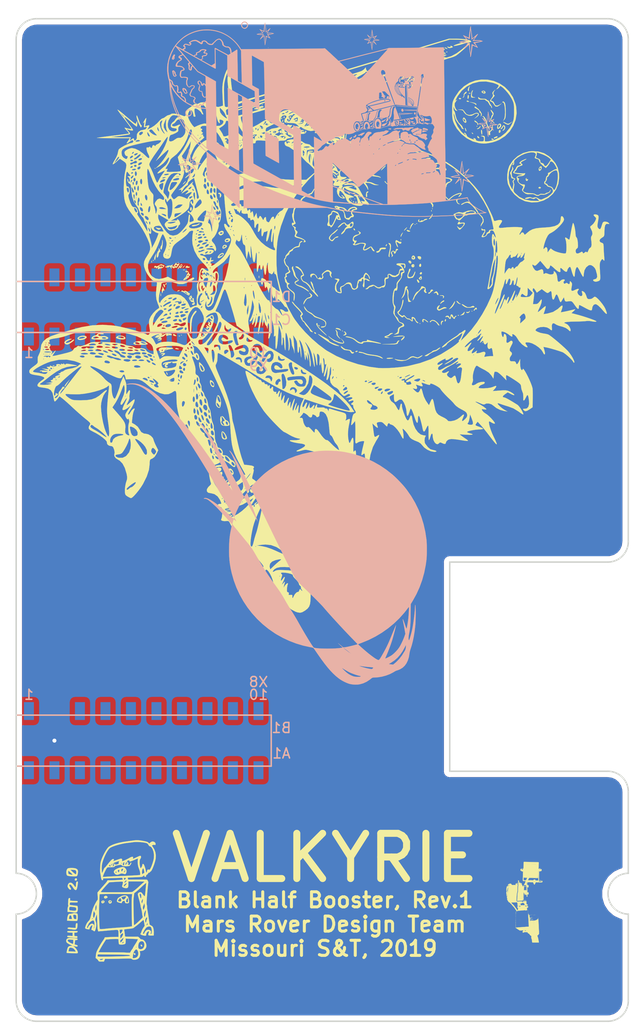
<source format=kicad_pcb>
(kicad_pcb (version 20171130) (host pcbnew "(5.0.0)")
  (layers (0 F.Cu signal) (31 B.Cu signal) (34 B.Paste user) (35 F.Paste user) (36 B.SilkS user) (37 F.SilkS user) (38 B.Mask user) (39 F.Mask user) (44 Edge.Cuts user))
  (net 0 "")
  (net 1 "Net-(U1-Pad+5V)")
  (net 2 "Net-(U1-PadGND)")
  (net 3 "Net-(U1-PadPE0)")
  (net 4 "Net-(U1-PadPE1)")
  (net 5 "Net-(U1-PadPE2)")
  (net 6 "Net-(U1-PadPE3)")
  (net 7 "Net-(U1-PadPD7)")
  (net 8 "Net-(U1-PadPA6)")
  (net 9 "Net-(U1-PadPM4)")
  (net 10 "Net-(U1-PadPM5)")
  (net 11 "Net-(U1-Pad+3V3)")
  (net 12 "Net-(U1-PadPE4)")
  (net 13 "Net-(U1-PadPC4)")
  (net 14 "Net-(U1-PadPC5)")
  (net 15 "Net-(U1-PadPC6)")
  (net 16 "Net-(U1-PadPE5)")
  (net 17 "Net-(U1-PadPD3)")
  (net 18 "Net-(U1-PadPC7)")
  (net 19 "Net-(U1-PadPB2)")
  (net 20 "Net-(U1-PadPB3)")
  (net 21 "Net-(U1-PadPF1)")
  (net 22 "Net-(U1-PadPF2)")
  (net 23 "Net-(U1-PadPF3)")
  (net 24 "Net-(U1-PadPG0)")
  (net 25 "Net-(U1-PadPL4)")
  (net 26 "Net-(U1-PadPL5)")
  (net 27 "Net-(U1-PadPL0)")
  (net 28 "Net-(U1-PadPL1)")
  (net 29 "Net-(U1-PadPL2)")
  (net 30 "Net-(U1-PadPL3)")
  (net 31 "Net-(U1-PadPM3)")
  (net 32 "Net-(U1-PadPH2)")
  (net 33 "Net-(U1-PadPH3)")
  (net 34 "Net-(U1-PadRese)")
  (net 35 "Net-(U1-PadPD1)")
  (net 36 "Net-(U1-PadPD0)")
  (net 37 "Net-(U1-PadPN2)")
  (net 38 "Net-(U1-PadPN3)")
  (net 39 "Net-(U1-PadPP2)")
  (module MRDT_Shields:TM4C129E_Launchpad_X9_SMD_BOTTOM (layer F.Cu) (at 119.38 91.44)
    (fp_text reference U1 hide)
    (fp_text value TM4C129E_Launchpad hide)
    (fp_text user 1 (at 1.27 -41.148 180) (layer B.SilkS) (effects (justify mirror)))
    (fp_text user 10 (at 24.13 -41.148 180) (layer B.SilkS) (effects (justify mirror)))
    (fp_text user 1 (at 1.27 -7.112 180) (layer B.SilkS) (effects (justify mirror)))
    (fp_text user 10 (at 24.13 -7.112 180) (layer B.SilkS) (effects (justify mirror)))
    (fp_text user X9 (at 24.13 -39.878 180) (layer B.SilkS) (effects (justify mirror)))
    (fp_text user X8 (at 24.13 -8.382 180) (layer B.SilkS) (effects (justify mirror)))
    (fp_text user C1 (at 26.416 -44.45 180) (layer B.SilkS) (effects (justify mirror)))
    (fp_text user D1 (at 26.416 -46.736 180) (layer B.SilkS) (effects (justify mirror)))
    (fp_text user B1 (at 26.416 -3.81 180) (layer B.SilkS) (effects (justify mirror)))
    (fp_text user A1 (at 26.416 -1.27 180) (layer B.SilkS) (effects (justify mirror)))
    (pad +5V smd rect (at 1.27 -5.4864 180) (size 0.9906 1.778) (layers B.Cu B.Paste B.Mask) (net 1 "Net-(U1-Pad+5V)"))
    (pad GND smd rect (at 3.81 -5.4864 180) (size 0.9906 1.778) (layers B.Cu B.Paste B.Mask) (net 2 "Net-(U1-PadGND)"))
    (pad PE0 smd rect (at 6.35 -5.4864 180) (size 0.9906 1.778) (layers B.Cu B.Paste B.Mask) (net 3 "Net-(U1-PadPE0)"))
    (pad PE1 smd rect (at 8.89 -5.4864 180) (size 0.9906 1.778) (layers B.Cu B.Paste B.Mask) (net 4 "Net-(U1-PadPE1)"))
    (pad PE2 smd rect (at 11.43 -5.4864 180) (size 0.9906 1.778) (layers B.Cu B.Paste B.Mask) (net 5 "Net-(U1-PadPE2)"))
    (pad PE3 smd rect (at 13.97 -5.4864 180) (size 0.9906 1.778) (layers B.Cu B.Paste B.Mask) (net 6 "Net-(U1-PadPE3)"))
    (pad PD7 smd rect (at 16.51 -5.4864 180) (size 0.9906 1.778) (layers B.Cu B.Paste B.Mask) (net 7 "Net-(U1-PadPD7)"))
    (pad PA6 smd rect (at 19.05 -5.4864 180) (size 0.9906 1.778) (layers B.Cu B.Paste B.Mask) (net 8 "Net-(U1-PadPA6)"))
    (pad PM4 smd rect (at 21.59 -5.4864 180) (size 0.9906 1.778) (layers B.Cu B.Paste B.Mask) (net 9 "Net-(U1-PadPM4)"))
    (pad PM5 smd rect (at 24.13 -5.4864 180) (size 0.9906 1.778) (layers B.Cu B.Paste B.Mask) (net 10 "Net-(U1-PadPM5)"))
    (pad +3V3 smd rect (at 1.27 0.4064 180) (size 0.9906 1.778) (layers B.Cu B.Paste B.Mask) (net 11 "Net-(U1-Pad+3V3)"))
    (pad PE4 smd rect (at 3.81 0.4064 180) (size 0.9906 1.778) (layers B.Cu B.Paste B.Mask) (net 12 "Net-(U1-PadPE4)"))
    (pad PC4 smd rect (at 6.35 0.4064 180) (size 0.9906 1.778) (layers B.Cu B.Paste B.Mask) (net 13 "Net-(U1-PadPC4)"))
    (pad PC5 smd rect (at 8.89 0.4064 180) (size 0.9906 1.778) (layers B.Cu B.Paste B.Mask) (net 14 "Net-(U1-PadPC5)"))
    (pad PC6 smd rect (at 11.43 0.4064 180) (size 0.9906 1.778) (layers B.Cu B.Paste B.Mask) (net 15 "Net-(U1-PadPC6)"))
    (pad PE5 smd rect (at 13.97 0.4064 180) (size 0.9906 1.778) (layers B.Cu B.Paste B.Mask) (net 16 "Net-(U1-PadPE5)"))
    (pad PD3 smd rect (at 16.51 0.4064 180) (size 0.9906 1.778) (layers B.Cu B.Paste B.Mask) (net 17 "Net-(U1-PadPD3)"))
    (pad PC7 smd rect (at 19.05 0.4064 180) (size 0.9906 1.778) (layers B.Cu B.Paste B.Mask) (net 18 "Net-(U1-PadPC7)"))
    (pad PB2 smd rect (at 21.59 0.4064 180) (size 0.9906 1.778) (layers B.Cu B.Paste B.Mask) (net 19 "Net-(U1-PadPB2)"))
    (pad PB3 smd rect (at 24.13 0.4064 180) (size 0.9906 1.778) (layers B.Cu B.Paste B.Mask) (net 20 "Net-(U1-PadPB3)"))
    (pad PF1 smd rect (at 1.27 -42.7736 180) (size 0.9906 1.778) (layers B.Cu B.Paste B.Mask) (net 21 "Net-(U1-PadPF1)"))
    (pad PF2 smd rect (at 3.81 -42.7736 180) (size 0.9906 1.778) (layers B.Cu B.Paste B.Mask) (net 22 "Net-(U1-PadPF2)"))
    (pad PF3 smd rect (at 6.35 -42.7736 180) (size 0.9906 1.778) (layers B.Cu B.Paste B.Mask) (net 23 "Net-(U1-PadPF3)"))
    (pad PG0 smd rect (at 8.89 -42.7736 180) (size 0.9906 1.778) (layers B.Cu B.Paste B.Mask) (net 24 "Net-(U1-PadPG0)"))
    (pad PL4 smd rect (at 11.43 -42.7736 180) (size 0.9906 1.778) (layers B.Cu B.Paste B.Mask) (net 25 "Net-(U1-PadPL4)"))
    (pad PL5 smd rect (at 13.97 -42.7736 180) (size 0.9906 1.778) (layers B.Cu B.Paste B.Mask) (net 26 "Net-(U1-PadPL5)"))
    (pad PL0 smd rect (at 16.51 -42.7736 180) (size 0.9906 1.778) (layers B.Cu B.Paste B.Mask) (net 27 "Net-(U1-PadPL0)"))
    (pad PL1 smd rect (at 19.05 -42.7736 180) (size 0.9906 1.778) (layers B.Cu B.Paste B.Mask) (net 28 "Net-(U1-PadPL1)"))
    (pad PL2 smd rect (at 21.59 -42.7736 180) (size 0.9906 1.778) (layers B.Cu B.Paste B.Mask) (net 29 "Net-(U1-PadPL2)"))
    (pad PL3 smd rect (at 24.13 -42.7736 180) (size 0.9906 1.778) (layers B.Cu B.Paste B.Mask) (net 30 "Net-(U1-PadPL3)"))
    (pad GND smd rect (at 1.27 -48.6664 180) (size 0.9906 1.778) (layers B.Cu B.Paste B.Mask) (net 2 "Net-(U1-PadGND)"))
    (pad PM3 smd rect (at 3.81 -48.6664 180) (size 0.9906 1.778) (layers B.Cu B.Paste B.Mask) (net 31 "Net-(U1-PadPM3)"))
    (pad PH2 smd rect (at 6.35 -48.6664 180) (size 0.9906 1.778) (layers B.Cu B.Paste B.Mask) (net 32 "Net-(U1-PadPH2)"))
    (pad PH3 smd rect (at 8.89 -48.6664 180) (size 0.9906 1.778) (layers B.Cu B.Paste B.Mask) (net 33 "Net-(U1-PadPH3)"))
    (pad Rese smd rect (at 11.43 -48.6664 180) (size 0.9906 1.778) (layers B.Cu B.Paste B.Mask) (net 34 "Net-(U1-PadRese)"))
    (pad PD1 smd rect (at 13.97 -48.6664 180) (size 0.9906 1.778) (layers B.Cu B.Paste B.Mask) (net 35 "Net-(U1-PadPD1)"))
    (pad PD0 smd rect (at 16.51 -48.6664 180) (size 0.9906 1.778) (layers B.Cu B.Paste B.Mask) (net 36 "Net-(U1-PadPD0)"))
    (pad PN2 smd rect (at 19.05 -48.6664 180) (size 0.9906 1.778) (layers B.Cu B.Paste B.Mask) (net 37 "Net-(U1-PadPN2)"))
    (pad PN3 smd rect (at 21.59 -48.6664 180) (size 0.9906 1.778) (layers B.Cu B.Paste B.Mask) (net 38 "Net-(U1-PadPN3)"))
    (pad PP2 smd rect (at 24.13 -48.6664 180) (size 0.9906 1.778) (layers B.Cu B.Paste B.Mask) (net 39 "Net-(U1-PadPP2)"))
  )
  (module MRDT_Silkscreens:zz_Valkyrie_Logo_Full_60mmx60mm (layer F.Cu) (at 149.606 47.244)
    (fp_text reference G*** hide)
    (fp_text value LOGO hide)
  )
  (module MRDT_Silkscreens:2_Dahlbot_2.0 (layer F.Cu) (at 128.524 104.902)
    (fp_text reference G*** hide)
    (fp_text value LOGO hide)
  )
  (module MRDT_Silkscreens:0_MRDT_Retro_Logo_34mmX21.5mm (layer B.Cu) (at 150.876 27.686 180)
    (fp_text reference G*** hide)
    (fp_text value LOGO hide)
  )
  (module MRDT_Silkscreens:2_Shimble (layer F.Cu) (at 170.434 103.886)
    (fp_text reference G*** hide)
    (fp_text value LOGO hide)
  )
  (module MRDT_Silkscreens:0_MRDT_Logo_30mm (layer B.Cu) (at 145.288 68.326 180)
    (fp_text reference G*** hide)
    (fp_text value LOGO hide)
  )
  (gr_text VALKYRIE (at 150.114 100.584) (layer F.SilkS) (effects (font (size 4.5 4.5) (thickness 0.7))))
  (gr_text "Blank Half Booster, Rev.1\nMars Rover Design Team\nMissouri S&T, 2019" (at 150.114 107.188) (layer F.SilkS) (effects (font (size 1.5 1.5) (thickness 0.3))))
  (gr_arc (start 121.412 19.05) (end 121.412 17.018) (angle -90) (layer Edge.Cuts) (width 0.15))
  (gr_arc (start 178.308 19.05) (end 180.34 19.05) (angle -90) (layer Edge.Cuts) (width 0.15))
  (gr_arc (start 178.308 93.98) (end 180.34 93.98) (angle -90) (layer Edge.Cuts) (width 0.15))
  (gr_arc (start 178.308 69.088) (end 178.308 71.12) (angle -90) (layer Edge.Cuts) (width 0.15))
  (gr_arc (start 121.412 114.808) (end 119.38 114.808) (angle -90) (layer Edge.Cuts) (width 0.15))
  (gr_arc (start 178.308 114.808) (end 178.308 116.84) (angle -90) (layer Edge.Cuts) (width 0.15))
  (gr_arc (start 180.34 104.14) (end 180.34 102.108) (angle -180) (layer Edge.Cuts) (width 0.15))
  (gr_arc (start 119.38 104.14) (end 119.38 106.172) (angle -180) (layer Edge.Cuts) (width 0.15))
  (gr_line (start 119.38 19.05) (end 119.38 102.108) (layer Edge.Cuts) (width 0.15))
  (gr_line (start 178.308 17.018) (end 121.412 17.018) (layer Edge.Cuts) (width 0.15))
  (gr_line (start 180.34 69.088) (end 180.34 19.05) (layer Edge.Cuts) (width 0.15))
  (gr_line (start 162.56 71.12) (end 178.308 71.12) (layer Edge.Cuts) (width 0.15))
  (gr_line (start 162.56 91.948) (end 162.56 71.12) (layer Edge.Cuts) (width 0.15))
  (gr_line (start 178.308 91.948) (end 162.56 91.948) (layer Edge.Cuts) (width 0.15))
  (gr_line (start 180.34 102.108) (end 180.34 93.98) (layer Edge.Cuts) (width 0.15))
  (gr_line (start 180.34 114.808) (end 180.34 106.172) (layer Edge.Cuts) (width 0.15))
  (gr_line (start 121.412 116.84) (end 178.308 116.84) (layer Edge.Cuts) (width 0.15))
  (gr_line (start 119.38 114.808) (end 119.38 106.172) (layer Edge.Cuts) (width 0.15))
  (via (at 123.19 88.9) (size 0.8) (drill 0.4) (layers F.Cu B.Cu) (net 2))
  (zone (net 2) (net_name "Net-(U1-PadGND)") (layer B.Cu) (connect_pads yes (clearance 0.508)) (min_thickness 0.254) (fill yes (arc_segments 16) (thermal_gap 0.508) (thermal_bridge_width 0.508))
    (polygon (pts (xy 119.38 17.018) (xy 119.38 116.84) (xy 180.34 116.84) (xy 180.34 17.018)))
  )
  (zone (net 2) (net_name "Net-(U1-PadGND)") (layer F.Cu) (connect_pads yes (clearance 0.508)) (min_thickness 0.254) (fill yes (arc_segments 16) (thermal_gap 0.508) (thermal_bridge_width 0.508))
    (polygon (pts (xy 119.38 17.018) (xy 119.38 116.84) (xy 180.34 116.84) (xy 180.34 17.018)))
  )
)
</source>
